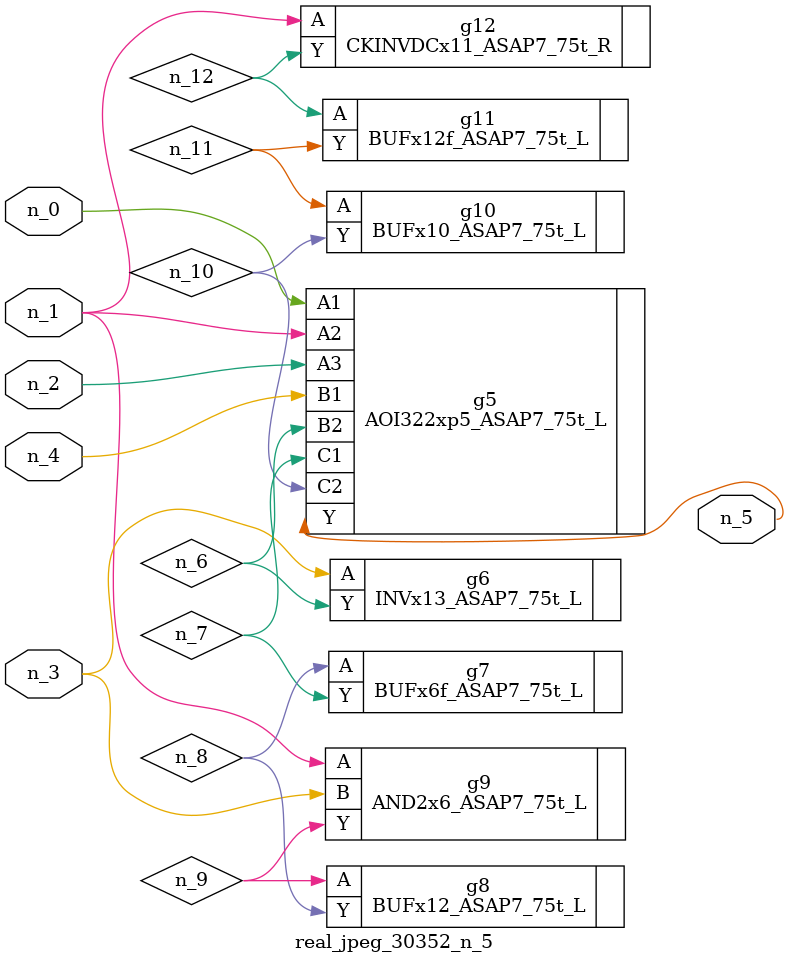
<source format=v>
module real_jpeg_30352_n_5 (n_4, n_0, n_1, n_2, n_3, n_5);

input n_4;
input n_0;
input n_1;
input n_2;
input n_3;

output n_5;

wire n_12;
wire n_8;
wire n_11;
wire n_6;
wire n_7;
wire n_10;
wire n_9;

AOI322xp5_ASAP7_75t_L g5 ( 
.A1(n_0),
.A2(n_1),
.A3(n_2),
.B1(n_4),
.B2(n_6),
.C1(n_7),
.C2(n_10),
.Y(n_5)
);

AND2x6_ASAP7_75t_L g9 ( 
.A(n_1),
.B(n_3),
.Y(n_9)
);

CKINVDCx11_ASAP7_75t_R g12 ( 
.A(n_1),
.Y(n_12)
);

INVx13_ASAP7_75t_L g6 ( 
.A(n_3),
.Y(n_6)
);

BUFx6f_ASAP7_75t_L g7 ( 
.A(n_8),
.Y(n_7)
);

BUFx12_ASAP7_75t_L g8 ( 
.A(n_9),
.Y(n_8)
);

BUFx10_ASAP7_75t_L g10 ( 
.A(n_11),
.Y(n_10)
);

BUFx12f_ASAP7_75t_L g11 ( 
.A(n_12),
.Y(n_11)
);


endmodule
</source>
